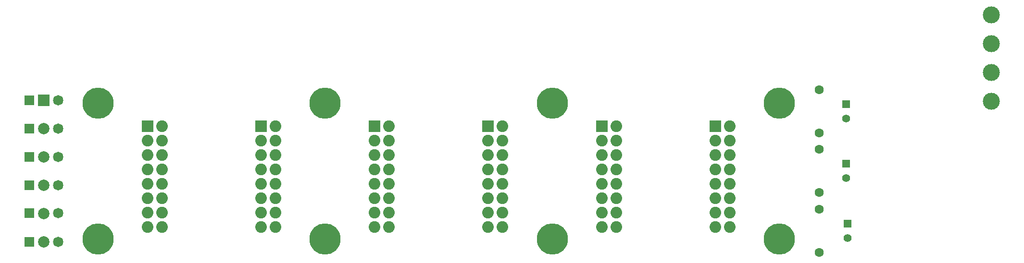
<source format=gts>
%FSLAX33Y33*%
%MOMM*%
%AMRect-W1400000-H1400000-RO0.500*
21,1,1.4,1.4,0.,0.,270*%
%ADD10R,1.82X1.82*%
%ADD11C,1.82*%
%ADD12C,5.5*%
%ADD13R,2.049999X2.049999*%
%ADD14C,2.049999*%
%ADD15C,1.6*%
%ADD16R,2.X2.*%
%ADD17C,2.*%
%ADD18C,1.4*%
%ADD19Rect-W1400000-H1400000-RO0.500*%
%ADD20C,3.*%
D10*
%LNtop solder mask_traces*%
%LNtop solder mask component 0b7acb794d0bcb3e*%
G01*
X10960Y28500D03*
D11*
X16040Y28500D03*
%LNtop solder mask component f1ab7fb64510febf*%
D12*
X143000Y4000D03*
%LNtop solder mask component 0ab80d7a38d7a1af*%
D13*
X71730Y23890D03*
D14*
X71730Y21350D03*
X71730Y18810D03*
X71730Y16270D03*
X71730Y13730D03*
X71730Y11190D03*
X71730Y8650D03*
X71730Y6110D03*
X74270Y23890D03*
X74270Y21350D03*
X74270Y18810D03*
X74270Y16270D03*
X74270Y13730D03*
X74270Y11190D03*
X74270Y8650D03*
X74270Y6110D03*
%LNtop solder mask component d89052fe60ae9209*%
D12*
X143000Y28000D03*
%LNtop solder mask component 145d1bb3f168432e*%
D10*
X10960Y8580D03*
D11*
X16040Y8580D03*
%LNtop solder mask component 88341b5092423bc0*%
D13*
X131730Y23890D03*
D14*
X131730Y21350D03*
X131730Y18810D03*
X131730Y16270D03*
X131730Y13730D03*
X131730Y11190D03*
X131730Y8650D03*
X131730Y6110D03*
X134270Y23890D03*
X134270Y21350D03*
X134270Y18810D03*
X134270Y16270D03*
X134270Y13730D03*
X134270Y11190D03*
X134270Y8650D03*
X134270Y6110D03*
%LNtop solder mask component bcd92e7181fbf858*%
D10*
X10960Y13500D03*
D11*
X16040Y13500D03*
%LNtop solder mask component 7dae58d331bba13f*%
D15*
X150000Y19810D03*
X150000Y12190D03*
%LNtop solder mask component 0b2541a5dc53c73f*%
D12*
X23000Y4000D03*
%LNtop solder mask component ccc5b3e91020d4a4*%
D13*
X51730Y23890D03*
D14*
X51730Y21350D03*
X51730Y18810D03*
X51730Y16270D03*
X51730Y13730D03*
X51730Y11190D03*
X51730Y8650D03*
X51730Y6110D03*
X54270Y23890D03*
X54270Y21350D03*
X54270Y18810D03*
X54270Y16270D03*
X54270Y13730D03*
X54270Y11190D03*
X54270Y8650D03*
X54270Y6110D03*
%LNtop solder mask component f0989937e0df849d*%
D15*
X150000Y9310D03*
X150000Y1690D03*
%LNtop solder mask component a8764a76282b0ccc*%
D16*
X13500Y28500D03*
D17*
X13500Y23500D03*
X13500Y18500D03*
X13500Y13500D03*
X13500Y8500D03*
X13500Y3500D03*
%LNtop solder mask component 7f65e4421f066a7b*%
D13*
X31730Y23890D03*
D14*
X31730Y21350D03*
X31730Y18810D03*
X31730Y16270D03*
X31730Y13730D03*
X31730Y11190D03*
X31730Y8650D03*
X31730Y6110D03*
X34270Y23890D03*
X34270Y21350D03*
X34270Y18810D03*
X34270Y16270D03*
X34270Y13730D03*
X34270Y11190D03*
X34270Y8650D03*
X34270Y6110D03*
%LNtop solder mask component 38162f618b9ac868*%
D12*
X103000Y28000D03*
%LNtop solder mask component 776d6d4ab46e2070*%
D18*
X154750Y14730D03*
D19*
X154750Y17270D03*
%LNtop solder mask component 4bd1d0b04df16f9b*%
D12*
X63000Y28000D03*
%LNtop solder mask component 1782c89ae87da04e*%
D13*
X91730Y23890D03*
D14*
X91730Y21350D03*
X91730Y18810D03*
X91730Y16270D03*
X91730Y13730D03*
X91730Y11190D03*
X91730Y8650D03*
X91730Y6110D03*
X94270Y23890D03*
X94270Y21350D03*
X94270Y18810D03*
X94270Y16270D03*
X94270Y13730D03*
X94270Y11190D03*
X94270Y8650D03*
X94270Y6110D03*
%LNtop solder mask component 8578cc6612424d73*%
D10*
X10960Y3500D03*
D11*
X16040Y3500D03*
%LNtop solder mask component 5a27114fed002667*%
D18*
X154750Y25230D03*
D19*
X154750Y27770D03*
%LNtop solder mask component 6b99a60343372a19*%
D12*
X23000Y28000D03*
%LNtop solder mask component 9801856172f08fe0*%
D20*
X180340Y43561D03*
X180340Y38481D03*
X180340Y33401D03*
X180340Y28321D03*
%LNtop solder mask component 3cbb6c8d5c864de3*%
D12*
X103000Y4000D03*
%LNtop solder mask component 47fb3bc1e1c161d0*%
D18*
X155000Y4230D03*
D19*
X155000Y6770D03*
%LNtop solder mask component 2f60db66613999d8*%
D10*
X10960Y23500D03*
D11*
X16040Y23500D03*
%LNtop solder mask component d8a8b9029d789fe8*%
D15*
X150000Y30310D03*
X150000Y22690D03*
%LNtop solder mask component 98e62bbff07fcb3d*%
D12*
X63000Y4000D03*
%LNtop solder mask component 2dc3ffc5ddd84451*%
D10*
X10960Y18500D03*
D11*
X16040Y18500D03*
%LNtop solder mask component 611c1627da94dc28*%
D13*
X111730Y23890D03*
D14*
X111730Y21350D03*
X111730Y18810D03*
X111730Y16270D03*
X111730Y13730D03*
X111730Y11190D03*
X111730Y8650D03*
X111730Y6110D03*
X114270Y23890D03*
X114270Y21350D03*
X114270Y18810D03*
X114270Y16270D03*
X114270Y13730D03*
X114270Y11190D03*
X114270Y8650D03*
X114270Y6110D03*
M02*
</source>
